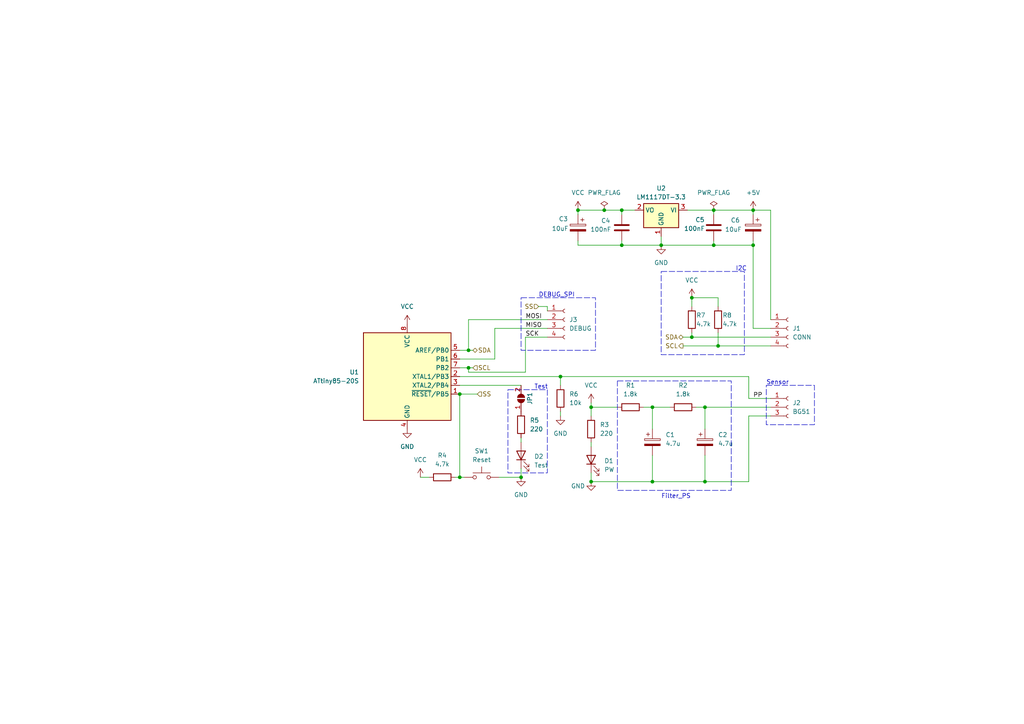
<source format=kicad_sch>
(kicad_sch (version 20231120) (generator "eeschema") (generator_version "8.0")
  (paper "A4")
  (lib_symbols
    (symbol "Connector:Conn_01x03_Socket" (pin_names (offset 1.016) hide)
      (property "Reference" "J" (at 0 5.08 0))
      (property "Value" "Conn_01x03_Socket" (at 0 -5.08 0))
      (symbol "Conn_01x03_Socket_1_1"
        (arc (start 0 -2.032) (mid -0.5058 -2.54) (end 0 -3.048) (stroke (width 0.1524)))
        (polyline (pts (xy -1.27 -2.54) (xy -0.508 -2.54)) (stroke (width 0.1524)))
        (polyline (pts (xy -1.27 0) (xy -0.508 0)) (stroke (width 0.1524)))
        (polyline (pts (xy -1.27 2.54) (xy -0.508 2.54)) (stroke (width 0.1524)))
        (arc (start 0 0.508) (mid -0.5058 0) (end 0 -0.508) (stroke (width 0.1524)))
        (arc (start 0 3.048) (mid -0.5058 2.54) (end 0 2.032) (stroke (width 0.1524)))
        (pin passive line (at -5.08 2.54 0) (length 3.81) (name "Pin_1") (number "1"))
        (pin passive line (at -5.08 0 0) (length 3.81) (name "Pin_2") (number "2"))
        (pin passive line (at -5.08 -2.54 0) (length 3.81) (name "Pin_3") (number "3"))
      )
    )
    (symbol "Connector:Conn_01x04_Socket" (pin_names (offset 1.016) hide)
      (property "Reference" "J" (at 0 5.08 0))
      (property "Value" "Conn_01x04_Socket" (at 0 -7.62 0))
      (symbol "Conn_01x04_Socket_1_1"
        (arc (start 0 -4.572) (mid -0.5058 -5.08) (end 0 -5.588) (stroke (width 0.1524)))
        (arc (start 0 -2.032) (mid -0.5058 -2.54) (end 0 -3.048) (stroke (width 0.1524)))
        (polyline (pts (xy -1.27 -5.08) (xy -0.508 -5.08)) (stroke (width 0.1524)))
        (polyline (pts (xy -1.27 -2.54) (xy -0.508 -2.54)) (stroke (width 0.1524)))
        (polyline (pts (xy -1.27 0) (xy -0.508 0)) (stroke (width 0.1524)))
        (polyline (pts (xy -1.27 2.54) (xy -0.508 2.54)) (stroke (width 0.1524)))
        (arc (start 0 0.508) (mid -0.5058 0) (end 0 -0.508) (stroke (width 0.1524)))
        (arc (start 0 3.048) (mid -0.5058 2.54) (end 0 2.032) (stroke (width 0.1524)))
        (pin passive line (at -5.08 2.54 0) (length 3.81) (name "Pin_1") (number "1"))
        (pin passive line (at -5.08 0 0) (length 3.81) (name "Pin_2") (number "2"))
        (pin passive line (at -5.08 -2.54 0) (length 3.81) (name "Pin_3") (number "3"))
        (pin passive line (at -5.08 -5.08 0) (length 3.81) (name "Pin_4") (number "4"))
      )
    )
    (symbol "Device:C" (pin_numbers hide) (pin_names (offset 0.254))
      (property "Reference" "C" (at 0.635 2.54 0))
      (property "Value" "C" (at 0.635 -2.54 0))
      (symbol "C_0_1"
        (polyline (pts (xy -2.032 -0.762) (xy 2.032 -0.762)) (stroke (width 0.508)))
        (polyline (pts (xy -2.032 0.762) (xy 2.032 0.762)) (stroke (width 0.508)))
      )
      (symbol "C_1_1"
        (pin passive line (at 0 3.81 270) (length 2.794) (name "~") (number "1"))
        (pin passive line (at 0 -3.81 90) (length 2.794) (name "~") (number "2"))
      )
    )
    (symbol "Device:C_Polarized" (pin_numbers hide) (pin_names (offset 0.254))
      (property "Reference" "C" (at 0.635 2.54 0))
      (property "Value" "C_Polarized" (at 0.635 -2.54 0))
      (symbol "C_Polarized_0_1"
        (rectangle (start -2.286 0.508) (end 2.286 1.016))
        (polyline (pts (xy -1.778 2.286) (xy -0.762 2.286)))
        (polyline (pts (xy -1.27 2.794) (xy -1.27 1.778)))
        (rectangle (start 2.286 -0.508) (end -2.286 -1.016) (fill (type outline)))
      )
      (symbol "C_Polarized_1_1"
        (pin passive line (at 0 3.81 270) (length 2.794) (name "~") (number "1"))
        (pin passive line (at 0 -3.81 90) (length 2.794) (name "~") (number "2"))
      )
    )
    (symbol "Device:LED" (pin_numbers hide) (pin_names (offset 1.016) hide)
      (property "Reference" "D" (at 0 2.54 0))
      (property "Value" "LED" (at 0 -2.54 0))
      (symbol "LED_0_1"
        (polyline (pts (xy -1.27 -1.27) (xy -1.27 1.27)) (stroke (width 0.254)))
        (polyline (pts (xy -1.27 0) (xy 1.27 0)))
        (polyline (pts (xy 1.27 -1.27) (xy 1.27 1.27) (xy -1.27 0) (xy 1.27 -1.27)) (stroke (width 0.254)))
        (polyline (pts (xy -3.048 -0.762) (xy -4.572 -2.286) (xy -3.81 -2.286) (xy -4.572 -2.286) (xy -4.572 -1.524)))
        (polyline (pts (xy -1.778 -0.762) (xy -3.302 -2.286) (xy -2.54 -2.286) (xy -3.302 -2.286) (xy -3.302 -1.524)))
      )
      (symbol "LED_1_1"
        (pin passive line (at -3.81 0 0) (length 2.54) (name "K") (number "1"))
        (pin passive line (at 3.81 0 180) (length 2.54) (name "A") (number "2"))
      )
    )
    (symbol "Device:R" (pin_numbers hide) (pin_names (offset 0))
      (property "Reference" "R" (at 2.032 0 90))
      (property "Value" "R" (at 0 0 90))
      (symbol "R_0_1"
        (rectangle (start -1.016 -2.54) (end 1.016 2.54) (stroke (width 0.254)))
      )
      (symbol "R_1_1"
        (pin passive line (at 0 3.81 270) (length 1.27) (name "~") (number "1"))
        (pin passive line (at 0 -3.81 90) (length 1.27) (name "~") (number "2"))
      )
    )
    (symbol "GND_1" (power) (pin_numbers hide) (pin_names (offset 0) hide)
      (property "Value" "GND" (at 0 -3.81 0))
      (symbol "GND_1_0_1"
        (polyline (pts (xy 0 0) (xy 0 -1.27) (xy 1.27 -1.27) (xy 0 -2.54) (xy -1.27 -1.27) (xy 0 -1.27)))
      )
      (symbol "GND_1_1_1"
        (pin power_in line (at 0 0 270) (length 0) (name "~") (number "1"))
      )
    )
    (symbol "Jumper:SolderJumper_2_Open" (pin_names (offset 0) hide)
      (property "Reference" "JP" (at 0 2.032 0))
      (property "Value" "SolderJumper_2_Open" (at 0 -2.54 0))
      (symbol "SolderJumper_2_Open_0_1"
        (arc (start -0.254 1.016) (mid -1.2656 0) (end -0.254 -1.016))
        (arc (start -0.254 1.016) (mid -1.2656 0) (end -0.254 -1.016) (fill (type outline)))
        (polyline (pts (xy -0.254 1.016) (xy -0.254 -1.016)))
        (polyline (pts (xy 0.254 1.016) (xy 0.254 -1.016)))
        (arc (start 0.254 -1.016) (mid 1.2656 0) (end 0.254 1.016))
        (arc (start 0.254 -1.016) (mid 1.2656 0) (end 0.254 1.016) (fill (type outline)))
      )
      (symbol "SolderJumper_2_Open_1_1"
        (pin passive line (at -3.81 0 0) (length 2.54) (name "A") (number "1"))
        (pin passive line (at 3.81 0 180) (length 2.54) (name "B") (number "2"))
      )
    )
    (symbol "MCU_Microchip_ATtiny:ATtiny85-20S"
      (property "Reference" "U" (at -12.7 13.97 0))
      (property "Value" "ATtiny85-20S" (at 2.54 -13.97 0))
      (symbol "ATtiny85-20S_0_1"
        (rectangle (start -12.7 -12.7) (end 12.7 12.7) (stroke (width 0.254)) (fill (type background)))
      )
      (symbol "ATtiny85-20S_1_1"
        (pin bidirectional line (at 15.24 -5.08 180) (length 2.54) (name "~{RESET}/PB5") (number "1"))
        (pin bidirectional line (at 15.24 0 180) (length 2.54) (name "XTAL1/PB3") (number "2"))
        (pin bidirectional line (at 15.24 -2.54 180) (length 2.54) (name "XTAL2/PB4") (number "3"))
        (pin power_in line (at 0 -15.24 90) (length 2.54) (name "GND") (number "4"))
        (pin bidirectional line (at 15.24 7.62 180) (length 2.54) (name "AREF/PB0") (number "5"))
        (pin bidirectional line (at 15.24 5.08 180) (length 2.54) (name "PB1") (number "6"))
        (pin bidirectional line (at 15.24 2.54 180) (length 2.54) (name "PB2") (number "7"))
        (pin power_in line (at 0 15.24 270) (length 2.54) (name "VCC") (number "8"))
      )
    )
    (symbol "Regulator_Linear:LM1117DT-3.3"
      (property "Reference" "U" (at -3.81 3.175 0))
      (property "Value" "LM1117DT-3.3" (at 0 3.175 0))
      (symbol "LM1117DT-3.3_0_1"
        (rectangle (start -5.08 -5.08) (end 5.08 1.905) (stroke (width 0.254)) (fill (type background)))
      )
      (symbol "LM1117DT-3.3_1_1"
        (pin power_in line (at 0 -7.62 90) (length 2.54) (name "GND") (number "1"))
        (pin power_out line (at 7.62 0 180) (length 2.54) (name "VO") (number "2"))
        (pin power_in line (at -7.62 0 0) (length 2.54) (name "VI") (number "3"))
      )
    )
    (symbol "Switch:SW_Push" (pin_numbers hide) (pin_names (offset 1.016) hide)
      (property "Reference" "SW" (at 1.27 2.54 0))
      (property "Value" "SW_Push" (at 0 -1.524 0))
      (symbol "SW_Push_0_1"
        (circle (center -2.032 0) (radius 0.508))
        (polyline (pts (xy 0 1.27) (xy 0 3.048)))
        (polyline (pts (xy 2.54 1.27) (xy -2.54 1.27)))
        (circle (center 2.032 0) (radius 0.508))
        (pin passive line (at -5.08 0 0) (length 2.54) (name "1") (number "1"))
        (pin passive line (at 5.08 0 180) (length 2.54) (name "2") (number "2"))
      )
    )
    (symbol "VCC_1" (power) (pin_numbers hide) (pin_names (offset 0) hide)
      (property "Value" "VCC" (at 0 3.556 0))
      (symbol "VCC_1_0_1"
        (polyline (pts (xy -0.762 1.27) (xy 0 2.54)))
        (polyline (pts (xy 0 0) (xy 0 2.54)))
        (polyline (pts (xy 0 2.54) (xy 0.762 1.27)))
      )
      (symbol "VCC_1_1_1"
        (pin power_in line (at 0 0 90) (length 0) (name "~") (number "1"))
      )
    )
    (symbol "power:+5V" (power) (pin_numbers hide) (pin_names (offset 0) hide)
      (property "Value" "+5V" (at 0 3.556 0))
      (symbol "+5V_0_1"
        (polyline (pts (xy -0.762 1.27) (xy 0 2.54)))
        (polyline (pts (xy 0 0) (xy 0 2.54)))
        (polyline (pts (xy 0 2.54) (xy 0.762 1.27)))
      )
      (symbol "+5V_1_1"
        (pin power_in line (at 0 0 90) (length 0) (name "~") (number "1"))
      )
    )
    (symbol "power:GND" (power) (pin_names (offset 0))
      (property "Value" "GND" (at 0 -3.81 0))
      (symbol "GND_0_1"
        (polyline (pts (xy 0 0) (xy 0 -1.27) (xy 1.27 -1.27) (xy 0 -2.54) (xy -1.27 -1.27) (xy 0 -1.27)))
      )
      (symbol "GND_1_1"
        (pin power_in line (at 0 0 270) (length 0) hide (name "GND") (number "1"))
      )
    )
    (symbol "power:PWR_FLAG" (power) (pin_numbers hide) (pin_names (offset 0) hide)
      (property "Value" "PWR_FLAG" (at 0 3.81 0))
      (symbol "PWR_FLAG_0_0"
        (pin power_out line (at 0 0 90) (length 0) (name "~") (number "1"))
      )
      (symbol "PWR_FLAG_0_1"
        (polyline (pts (xy 0 0) (xy 0 1.27) (xy -1.016 1.905) (xy 0 2.54) (xy 1.016 1.905) (xy 0 1.27)))
      )
    )
    (symbol "power:VCC" (power) (pin_names (offset 0))
      (property "Value" "VCC" (at 0 3.81 0))
      (symbol "VCC_0_1"
        (polyline (pts (xy -0.762 1.27) (xy 0 2.54)))
        (polyline (pts (xy 0 0) (xy 0 2.54)))
        (polyline (pts (xy 0 2.54) (xy 0.762 1.27)))
      )
      (symbol "VCC_1_1"
        (pin power_in line (at 0 0 90) (length 0) hide (name "VCC") (number "1"))
      )
    )
  )
  (junction (at 204.47 118.11))
  (junction (at 167.64 60.96))
  (junction (at 204.47 139.7))
  (junction (at 151.13 138.43))
  (junction (at 135.89 101.6))
  (junction (at 200.66 97.79))
  (junction (at 191.77 71.12))
  (junction (at 218.44 60.96))
  (junction (at 207.01 71.12))
  (junction (at 200.66 86.36))
  (junction (at 189.23 139.7))
  (junction (at 162.56 109.22))
  (junction (at 180.34 71.12))
  (junction (at 207.01 60.96))
  (junction (at 171.45 118.11))
  (junction (at 133.35 138.43))
  (junction (at 171.45 139.7))
  (junction (at 208.28 100.33))
  (junction (at 180.34 60.96))
  (junction (at 189.23 118.11))
  (junction (at 218.44 71.12))
  (junction (at 175.26 60.96))
  (junction (at 135.89 106.68))
  (junction (at 133.35 114.3))
  (wire (pts (xy 167.64 62.23) (xy 167.64 60.96)))
  (wire (pts (xy 223.52 60.96) (xy 218.44 60.96)))
  (wire (pts (xy 171.45 118.11) (xy 171.45 120.65)))
  (wire (pts (xy 180.34 71.12) (xy 191.77 71.12)))
  (wire (pts (xy 218.44 71.12) (xy 207.01 71.12)))
  (wire (pts (xy 171.45 116.84) (xy 171.45 118.11)))
  (wire (pts (xy 218.44 95.25) (xy 218.44 71.12)))
  (wire (pts (xy 171.45 137.16) (xy 171.45 139.7)))
  (wire (pts (xy 180.34 60.96) (xy 184.15 60.96)))
  (wire (pts (xy 156.21 88.9) (xy 158.75 88.9)))
  (wire (pts (xy 135.89 106.68) (xy 137.16 106.68)))
  (wire (pts (xy 180.34 69.85) (xy 180.34 71.12)))
  (wire (pts (xy 162.56 109.22) (xy 217.17 109.22)))
  (wire (pts (xy 208.28 100.33) (xy 223.52 100.33)))
  (wire (pts (xy 204.47 118.11) (xy 204.47 124.46)))
  (wire (pts (xy 200.66 96.52) (xy 200.66 97.79)))
  (wire (pts (xy 143.51 104.14) (xy 143.51 95.25)))
  (wire (pts (xy 207.01 60.96) (xy 218.44 60.96)))
  (wire (pts (xy 217.17 120.65) (xy 223.52 120.65)))
  (wire (pts (xy 162.56 109.22) (xy 162.56 111.76)))
  (wire (pts (xy 218.44 95.25) (xy 223.52 95.25)))
  (wire (pts (xy 152.4 97.79) (xy 158.75 97.79)))
  (wire (pts (xy 191.77 68.58) (xy 191.77 71.12)))
  (wire (pts (xy 207.01 60.96) (xy 207.01 62.23)))
  (wire (pts (xy 135.89 101.6) (xy 137.16 101.6)))
  (wire (pts (xy 144.78 138.43) (xy 151.13 138.43)))
  (wire (pts (xy 189.23 139.7) (xy 204.47 139.7)))
  (wire (pts (xy 217.17 120.65) (xy 217.17 139.7)))
  (wire (pts (xy 200.66 88.9) (xy 200.66 86.36)))
  (wire (pts (xy 135.89 107.95) (xy 135.89 106.68)))
  (wire (pts (xy 133.35 138.43) (xy 134.62 138.43)))
  (wire (pts (xy 198.12 100.33) (xy 208.28 100.33)))
  (wire (pts (xy 199.39 60.96) (xy 207.01 60.96)))
  (wire (pts (xy 218.44 60.96) (xy 218.44 62.23)))
  (wire (pts (xy 200.66 97.79) (xy 223.52 97.79)))
  (wire (pts (xy 171.45 139.7) (xy 189.23 139.7)))
  (wire (pts (xy 143.51 95.25) (xy 158.75 95.25)))
  (wire (pts (xy 135.89 92.71) (xy 135.89 101.6)))
  (wire (pts (xy 135.89 92.71) (xy 158.75 92.71)))
  (wire (pts (xy 186.69 118.11) (xy 189.23 118.11)))
  (wire (pts (xy 167.64 60.96) (xy 175.26 60.96)))
  (wire (pts (xy 158.75 88.9) (xy 158.75 90.17)))
  (wire (pts (xy 133.35 101.6) (xy 135.89 101.6)))
  (wire (pts (xy 207.01 71.12) (xy 207.01 69.85)))
  (wire (pts (xy 133.35 109.22) (xy 162.56 109.22)))
  (wire (pts (xy 180.34 60.96) (xy 180.34 62.23)))
  (wire (pts (xy 167.64 71.12) (xy 180.34 71.12)))
  (wire (pts (xy 152.4 97.79) (xy 152.4 107.95)))
  (wire (pts (xy 201.93 118.11) (xy 204.47 118.11)))
  (wire (pts (xy 208.28 86.36) (xy 208.28 88.9)))
  (wire (pts (xy 200.66 86.36) (xy 208.28 86.36)))
  (wire (pts (xy 189.23 118.11) (xy 194.31 118.11)))
  (wire (pts (xy 189.23 132.08) (xy 189.23 139.7)))
  (wire (pts (xy 204.47 139.7) (xy 217.17 139.7)))
  (wire (pts (xy 132.08 138.43) (xy 133.35 138.43)))
  (wire (pts (xy 198.12 97.79) (xy 200.66 97.79)))
  (wire (pts (xy 171.45 128.27) (xy 171.45 129.54)))
  (wire (pts (xy 175.26 60.96) (xy 180.34 60.96)))
  (wire (pts (xy 204.47 132.08) (xy 204.47 139.7)))
  (wire (pts (xy 204.47 118.11) (xy 223.52 118.11)))
  (wire (pts (xy 151.13 135.89) (xy 151.13 138.43)))
  (wire (pts (xy 171.45 118.11) (xy 179.07 118.11)))
  (wire (pts (xy 133.35 104.14) (xy 143.51 104.14)))
  (wire (pts (xy 133.35 114.3) (xy 138.43 114.3)))
  (wire (pts (xy 167.64 69.85) (xy 167.64 71.12)))
  (wire (pts (xy 189.23 118.11) (xy 189.23 124.46)))
  (wire (pts (xy 217.17 109.22) (xy 217.17 115.57)))
  (wire (pts (xy 135.89 107.95) (xy 152.4 107.95)))
  (wire (pts (xy 218.44 69.85) (xy 218.44 71.12)))
  (wire (pts (xy 133.35 114.3) (xy 133.35 138.43)))
  (wire (pts (xy 208.28 96.52) (xy 208.28 100.33)))
  (wire (pts (xy 133.35 106.68) (xy 135.89 106.68)))
  (wire (pts (xy 162.56 119.38) (xy 162.56 120.65)))
  (wire (pts (xy 191.77 71.12) (xy 207.01 71.12)))
  (wire (pts (xy 133.35 111.76) (xy 151.13 111.76)))
  (wire (pts (xy 217.17 115.57) (xy 223.52 115.57)))
  (wire (pts (xy 121.92 138.43) (xy 124.46 138.43)))
  (wire (pts (xy 223.52 92.71) (xy 223.52 60.96)))
  (wire (pts (xy 151.13 127) (xy 151.13 128.27)))
  (rectangle (start 191.77 78.74) (end 215.9 102.87) (stroke (width 0) (type dash)))
  (rectangle (start 151.13 86.36) (end 172.72 101.6) (stroke (width 0) (type dash)))
  (rectangle (start 222.25 111.76) (end 236.22 123.19) (stroke (width 0) (type dash)))
  (rectangle (start 179.07 110.49) (end 212.09 142.24) (stroke (width 0) (type dash)))
  (rectangle (start 147.32 113.03) (end 158.75 137.16) (stroke (width 0) (type dash)))
  (text "Filter_PS" (at 191.77 144.78 0) (effects (font (size 1.27 1.27)) (justify left bottom)))
  (text "Test" (at 154.94 113.03 0) (effects (font (size 1.27 1.27)) (justify left bottom)))
  (text "Sensor" (at 222.25 111.76 0) (effects (font (size 1.27 1.27)) (justify left bottom)))
  (text "DEBUG_SPI" (at 156.21 86.36 0) (effects (font (size 1.27 1.27)) (justify left bottom)))
  (text "I2C\n" (at 213.36 78.74 0) (effects (font (size 1.27 1.27)) (justify left bottom)))
  (label "MISO" (at 152.4 95.25 0))
  (label "MOSI" (at 152.4 92.71 0))
  (label "SCK" (at 152.4 97.79 0))
  (label "PP" (at 218.44 115.57 0))
  (hierarchical_label "SS" (shape input) (at 156.21 88.9 180))
  (hierarchical_label "SCL" (shape output) (at 198.12 100.33 180))
  (hierarchical_label "SS" (shape input) (at 138.43 114.3 0))
  (hierarchical_label "SDA" (shape bidirectional) (at 137.16 101.6 0))
  (hierarchical_label "SCL" (shape input) (at 137.16 106.68 0))
  (hierarchical_label "SDA" (shape bidirectional) (at 198.12 97.79 180))
  (symbol (lib_id "Regulator_Linear:LM1117DT-3.3") (at 191.77 60.96 0) (mirror y) (unit 1)
    (property "Reference" "U2" (at 191.77 54.61 0))
    (property "Value" "LM1117DT-3.3" (at 191.77 57.15 0))
    (property "Footprint" "Package_TO_SOT_SMD:TO-252-3_TabPin2" (effects (hide yes)))
    (property "Datasheet" "http://www.ti.com/lit/ds/symlink/lm1117.pdf" (effects (hide yes)))
    (property "Description" "800mA Low-Dropout Linear Regulator, 3.3V fixed output, TO-252" (effects (hide yes)))
  )
  (symbol (lib_id "power:VCC") (at 200.66 86.36 0) (unit 1)
    (property "Reference" "#PWR03" (effects (hide yes)))
    (property "Value" "VCC" (at 200.66 81.28 0))
  )
  (symbol (lib_id "power:GND") (at 118.11 124.46 0) (unit 1)
    (property "Reference" "#PWR01" (effects (hide yes)))
    (property "Value" "GND" (at 118.11 129.54 0))
  )
  (symbol (lib_id "power:VCC") (at 118.11 93.98 0) (unit 1)
    (property "Reference" "#PWR02" (effects (hide yes)))
    (property "Value" "VCC" (at 118.11 88.9 0))
  )
  (symbol (lib_id "Device:C") (at 207.01 66.04 0) (mirror y) (unit 1)
    (property "Reference" "C5" (at 201.676 63.754 0) (effects (justify right)))
    (property "Value" "100nF" (at 198.374 66.294 0) (effects (justify right)))
    (property "Footprint" "Capacitor_SMD:C_0603_1608Metric" (effects (hide yes)))
    (property "Description" "Unpolarized capacitor" (effects (hide yes)))
  )
  (symbol (lib_id "power:VCC") (at 171.45 116.84 0) (unit 1)
    (property "Reference" "#PWR06" (effects (hide yes)))
    (property "Value" "VCC" (at 171.45 111.76 0))
  )
  (symbol (lib_id "Connector:Conn_01x03_Socket") (at 228.6 118.11 0) (unit 1)
    (property "Reference" "J2" (at 229.87 116.84 0) (effects (justify left)))
    (property "Value" "BG51" (at 229.87 119.38 0) (effects (justify left)))
    (property "Footprint" "Connector_PinHeader_2.54mm:PinHeader_1x03_P2.54mm_Vertical" (effects (hide yes)))
  )
  (symbol (lib_id "Jumper:SolderJumper_2_Open") (at 151.13 115.57 90) (unit 1)
    (property "Reference" "JP1" (at 153.67 115.57 0))
    (property "Value" "SolderJumper_2_Open" (effects (hide yes)))
    (property "Footprint" "Jumper:SolderJumper-2_P1.3mm_Open_Pad1.0x1.5mm" (effects (hide yes)))
  )
  (symbol (lib_id "power:+5V") (at 218.44 60.96 0) (unit 1)
    (property "Reference" "#PWR010" (effects (hide yes)))
    (property "Value" "+5V" (at 218.44 55.88 0))
    (property "Description" "Power symbol creates a global label with name \"+5V\"" (effects (hide yes)))
  )
  (symbol (lib_id "Device:C_Polarized") (at 218.44 66.04 0) (mirror y) (unit 1)
    (property "Reference" "C6" (at 214.63 63.8809 0) (effects (justify left)))
    (property "Value" "10uF" (at 215.138 66.548 0) (effects (justify left)))
    (property "Footprint" "Capacitor_Tantalum_SMD:CP_EIA-1608-08_AVX-J" (effects (hide yes)))
    (property "Description" "Polarized capacitor" (effects (hide yes)))
  )
  (symbol (lib_id "Device:R") (at 200.66 92.71 0) (unit 1)
    (property "Reference" "R7" (at 201.93 91.44 0) (effects (justify left)))
    (property "Value" "4.7k" (at 201.93 93.98 0) (effects (justify left)))
    (property "Footprint" "Resistor_SMD:R_0805_2012Metric" (effects (hide yes)))
  )
  (symbol (lib_id "power:PWR_FLAG") (at 175.26 60.96 0) (unit 1)
    (property "Reference" "#FLG02" (effects (hide yes)))
    (property "Value" "PWR_FLAG" (at 175.26 55.88 0))
    (property "Description" "Special symbol for telling ERC where power comes from" (effects (hide yes)))
  )
  (symbol (lib_id "Connector:Conn_01x04_Socket") (at 163.83 92.71 0) (unit 1)
    (property "Reference" "J3" (at 165.1 92.71 0) (effects (justify left)))
    (property "Value" "DEBUG" (at 165.1 95.25 0) (effects (justify left)))
    (property "Footprint" "Connector_PinHeader_1.27mm:PinHeader_1x04_P1.27mm_Vertical" (effects (hide yes)))
  )
  (symbol (lib_id "power:GND") (at 171.45 139.7 0) (unit 1)
    (property "Reference" "#PWR05" (effects (hide yes)))
    (property "Value" "GND" (at 167.64 140.97 0))
  )
  (symbol (lib_id "power:GND") (at 162.56 120.65 0) (unit 1)
    (property "Reference" "#PWR09" (effects (hide yes)))
    (property "Value" "GND" (at 162.56 125.73 0))
  )
  (symbol (lib_id "Device:C_Polarized") (at 167.64 66.04 0) (mirror y) (unit 1)
    (property "Reference" "C3" (at 162.052 63.5 0) (effects (justify right)))
    (property "Value" "10uF" (at 160.02 66.294 0) (effects (justify right)))
    (property "Footprint" "Capacitor_Tantalum_SMD:CP_EIA-1608-08_AVX-J" (effects (hide yes)))
    (property "Description" "Polarized capacitor" (effects (hide yes)))
  )
  (symbol (lib_name "VCC_1") (lib_id "power:VCC") (at 167.64 60.96 0) (unit 1)
    (property "Reference" "#PWR011" (effects (hide yes)))
    (property "Value" "VCC" (at 167.64 55.88 0))
    (property "Description" "Power symbol creates a global label with name \"VCC\"" (effects (hide yes)))
  )
  (symbol (lib_id "Device:R") (at 198.12 118.11 90) (unit 1)
    (property "Reference" "R2" (at 198.12 111.76 90))
    (property "Value" "1.8k" (at 198.12 114.3 90))
    (property "Footprint" "Resistor_SMD:R_0805_2012Metric" (effects (hide yes)))
  )
  (symbol (lib_id "Device:R") (at 128.27 138.43 90) (unit 1)
    (property "Reference" "R4" (at 128.27 132.08 90))
    (property "Value" "4.7k" (at 128.27 134.62 90))
    (property "Footprint" "Resistor_SMD:R_0805_2012Metric" (effects (hide yes)))
  )
  (symbol (lib_id "Device:R") (at 182.88 118.11 90) (unit 1)
    (property "Reference" "R1" (at 182.88 111.76 90))
    (property "Value" "1.8k" (at 182.88 114.3 90))
    (property "Footprint" "Resistor_SMD:R_0805_2012Metric" (effects (hide yes)))
  )
  (symbol (lib_id "Switch:SW_Push") (at 139.7 138.43 0) (unit 1)
    (property "Reference" "SW1" (at 139.7 130.81 0))
    (property "Value" "Reset" (at 139.7 133.35 0))
    (property "Footprint" "Button_Switch_SMD:SW_SPST_TL3342" (effects (hide yes)))
  )
  (symbol (lib_id "Connector:Conn_01x04_Socket") (at 228.6 95.25 0) (unit 1)
    (property "Reference" "J1" (at 229.87 95.25 0) (effects (justify left)))
    (property "Value" "CONN" (at 229.87 97.79 0) (effects (justify left)))
    (property "Footprint" "Connector:FanPinHeader_1x04_P2.54mm_Vertical" (effects (hide yes)))
  )
  (symbol (lib_id "power:PWR_FLAG") (at 207.01 60.96 0) (unit 1)
    (property "Reference" "#FLG01" (effects (hide yes)))
    (property "Value" "PWR_FLAG" (at 207.01 55.88 0))
    (property "Description" "Special symbol for telling ERC where power comes from" (effects (hide yes)))
  )
  (symbol (lib_id "power:GND") (at 151.13 138.43 0) (unit 1)
    (property "Reference" "#PWR08" (effects (hide yes)))
    (property "Value" "GND" (at 151.13 143.51 0))
  )
  (symbol (lib_id "Device:LED") (at 171.45 133.35 90) (unit 1)
    (property "Reference" "D1" (at 175.26 133.6675 90) (effects (justify right)))
    (property "Value" "PW" (at 175.26 136.2075 90) (effects (justify right)))
    (property "Footprint" "LED_SMD:LED_0603_1608Metric" (effects (hide yes)))
  )
  (symbol (lib_id "MCU_Microchip_ATtiny:ATtiny85-20S") (at 118.11 109.22 0) (unit 1)
    (property "Reference" "U1" (at 104.14 107.95 0) (effects (justify right)))
    (property "Value" "ATtiny85-20S" (at 104.14 110.49 0) (effects (justify right)))
    (property "Footprint" "Package_SO:SOIC-8W_5.3x5.3mm_P1.27mm" (effects (hide yes)))
    (property "Datasheet" "http://ww1.microchip.com/downloads/en/DeviceDoc/atmel-2586-avr-8-bit-microcontroller-attiny25-attiny45-attiny85_datasheet.pdf" (effects (hide yes)))
  )
  (symbol (lib_id "Device:R") (at 151.13 123.19 0) (unit 1)
    (property "Reference" "R5" (at 153.67 121.92 0) (effects (justify left)))
    (property "Value" "220" (at 153.67 124.46 0) (effects (justify left)))
    (property "Footprint" "Resistor_SMD:R_0805_2012Metric" (effects (hide yes)))
  )
  (symbol (lib_id "Device:LED") (at 151.13 132.08 90) (unit 1)
    (property "Reference" "D2" (at 154.94 132.3975 90) (effects (justify right)))
    (property "Value" "Test" (at 154.94 134.9375 90) (effects (justify right)))
    (property "Footprint" "LED_SMD:LED_0603_1608Metric" (effects (hide yes)))
  )
  (symbol (lib_name "GND_1") (lib_id "power:GND") (at 191.77 71.12 0) (unit 1)
    (property "Reference" "#PWR04" (effects (hide yes)))
    (property "Value" "GND" (at 191.77 76.2 0))
    (property "Description" "Power symbol creates a global label with name \"GND\" , ground" (effects (hide yes)))
  )
  (symbol (lib_id "Device:C_Polarized") (at 204.47 128.27 0) (unit 1)
    (property "Reference" "C2" (at 208.28 126.111 0) (effects (justify left)))
    (property "Value" "4.7u" (at 208.28 128.651 0) (effects (justify left)))
    (property "Footprint" "Capacitor_Tantalum_SMD:CP_EIA-1608-08_AVX-J" (effects (hide yes)))
  )
  (symbol (lib_id "Device:R") (at 208.28 92.71 0) (unit 1)
    (property "Reference" "R8" (at 209.55 91.44 0) (effects (justify left)))
    (property "Value" "4.7k" (at 209.55 93.98 0) (effects (justify left)))
    (property "Footprint" "Resistor_SMD:R_0805_2012Metric" (effects (hide yes)))
  )
  (symbol (lib_id "Device:R") (at 162.56 115.57 0) (unit 1)
    (property "Reference" "R6" (at 165.1 114.3 0) (effects (justify left)))
    (property "Value" "10k" (at 165.1 116.84 0) (effects (justify left)))
    (property "Footprint" "Resistor_SMD:R_0805_2012Metric" (effects (hide yes)))
  )
  (symbol (lib_id "Device:C_Polarized") (at 189.23 128.27 0) (unit 1)
    (property "Reference" "C1" (at 193.04 126.111 0) (effects (justify left)))
    (property "Value" "4.7u" (at 193.04 128.651 0) (effects (justify left)))
    (property "Footprint" "Capacitor_Tantalum_SMD:CP_EIA-1608-08_AVX-J" (effects (hide yes)))
  )
  (symbol (lib_id "power:VCC") (at 121.92 138.43 0) (unit 1)
    (property "Reference" "#PWR07" (effects (hide yes)))
    (property "Value" "VCC" (at 121.92 133.35 0))
  )
  (symbol (lib_id "Device:C") (at 180.34 66.04 0) (mirror y) (unit 1)
    (property "Reference" "C4" (at 177.038 64.008 0) (effects (justify left)))
    (property "Value" "100nF" (at 177.292 66.548 0) (effects (justify left)))
    (property "Footprint" "Capacitor_SMD:C_0603_1608Metric" (effects (hide yes)))
    (property "Description" "Unpolarized capacitor" (effects (hide yes)))
  )
  (symbol (lib_id "Device:R") (at 171.45 124.46 0) (unit 1)
    (property "Reference" "R3" (at 173.99 123.19 0) (effects (justify left)))
    (property "Value" "220" (at 173.99 125.73 0) (effects (justify left)))
    (property "Footprint" "Resistor_SMD:R_0805_2012Metric" (effects (hide yes)))
  )
)
</source>
